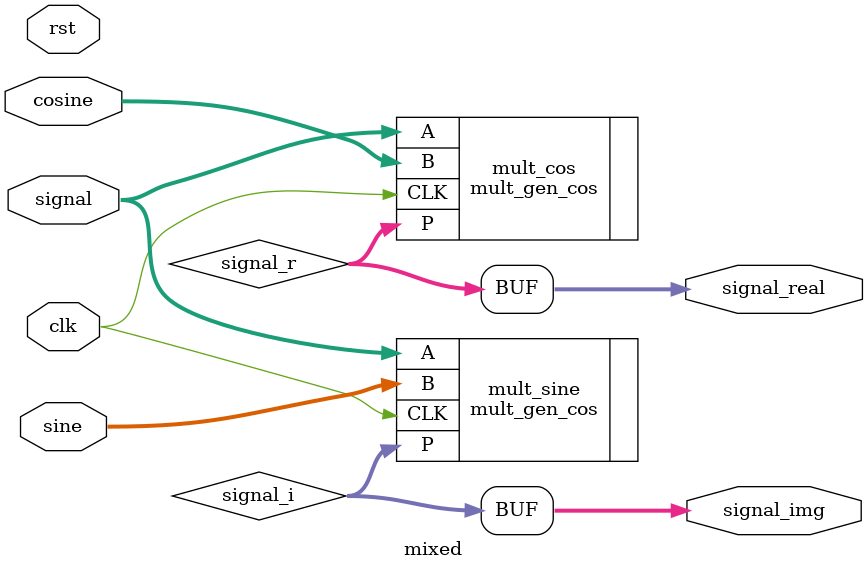
<source format=v>
`timescale 1ns / 1ps

module mixed(
    input clk,
    input rst,
    input [15:0] signal,
    input [15:0] cosine,
    input [15:0] sine,
    output [15:0] signal_real,
    output [15:0] signal_img
    );


wire [15:0] signal_r;
wire [15:0] signal_i;

// MULTIPLICADOR PARTE REAL
mult_gen_cos mult_cos (
    .CLK(clk),
    .A(signal),
    .B(cosine),
    .P(signal_r)
    );
    
// MULTIPLICADOR PARTE IMAGINARIA
mult_gen_cos mult_sine (
    .CLK(clk),
    .A(signal),
    .B(sine),
    .P(signal_i)
    );

assign signal_real = signal_r;
assign signal_img = signal_i;

endmodule




</source>
